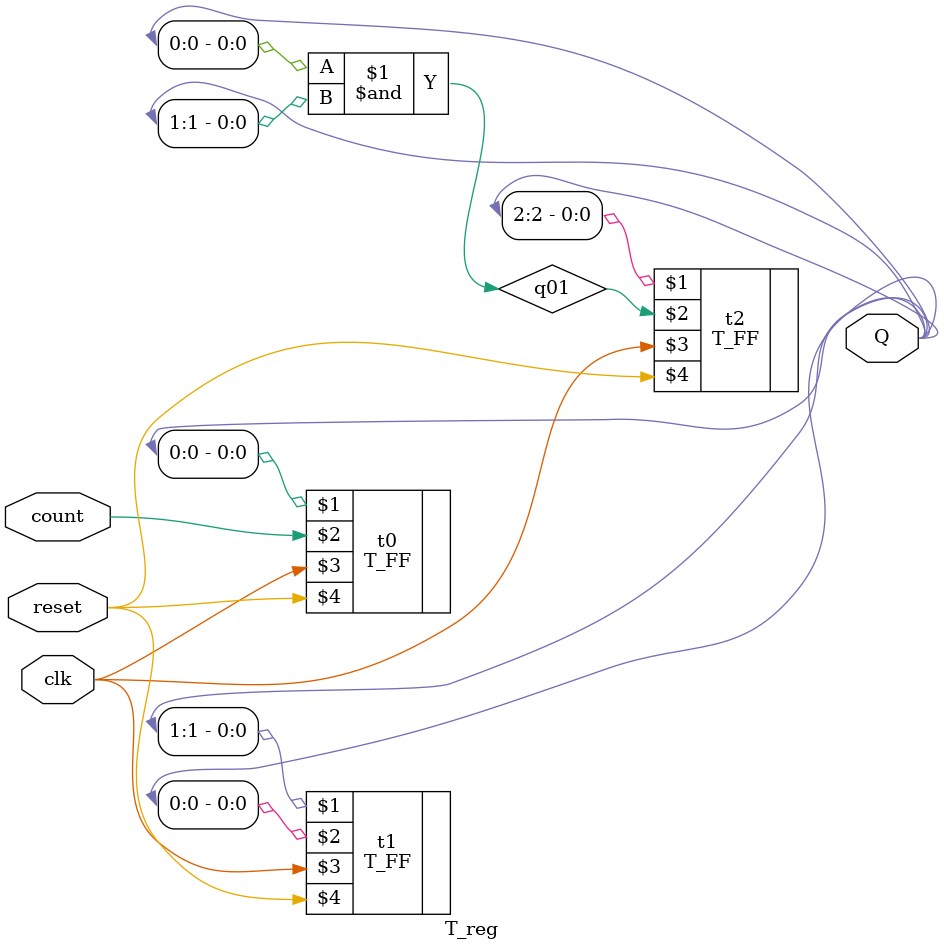
<source format=v>
module T_reg(output [2:0] Q ,input count,clk,reset); 
  //T_reg id 3-bit counter that count when count = 1 and remian the same if count = 0 , Reset when reset = 1 ; 
 wire q01 ; 
 and A0(q01,Q[0],Q[1]);
 T_FF t0(Q[0],count,clk,reset),
      t1(Q[1],Q[0],clk,reset),
		t2(Q[2],q01,clk,reset);
		
endmodule
</source>
